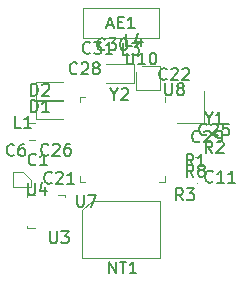
<source format=gbr>
G04 #@! TF.GenerationSoftware,KiCad,Pcbnew,(5.1.5-0-10_14)*
G04 #@! TF.CreationDate,2021-05-03T17:37:28-04:00*
G04 #@! TF.ProjectId,ESLO_RB2,45534c4f-5f52-4423-922e-6b696361645f,rev?*
G04 #@! TF.SameCoordinates,Original*
G04 #@! TF.FileFunction,Legend,Top*
G04 #@! TF.FilePolarity,Positive*
%FSLAX46Y46*%
G04 Gerber Fmt 4.6, Leading zero omitted, Abs format (unit mm)*
G04 Created by KiCad (PCBNEW (5.1.5-0-10_14)) date 2021-05-03 17:37:28*
%MOMM*%
%LPD*%
G04 APERTURE LIST*
%ADD10C,0.120000*%
%ADD11C,0.100000*%
%ADD12C,0.150000*%
G04 APERTURE END LIST*
D10*
X208515000Y-85035000D02*
X210800000Y-85035000D01*
X208515000Y-83565000D02*
X208515000Y-85035000D01*
X210800000Y-83565000D02*
X208515000Y-83565000D01*
X206550000Y-89575000D02*
X207425000Y-89575000D01*
X206550000Y-90825000D02*
X206550000Y-89575000D01*
X208050000Y-90825000D02*
X206550000Y-90825000D01*
X208050000Y-90200000D02*
X208050000Y-90825000D01*
X207425000Y-89575000D02*
X208050000Y-90200000D01*
X207928922Y-86860000D02*
X208446078Y-86860000D01*
X207928922Y-85440000D02*
X208446078Y-85440000D01*
X216800000Y-80400000D02*
X214400000Y-80400000D01*
X216800000Y-82000000D02*
X216800000Y-80400000D01*
X214400000Y-82000000D02*
X216800000Y-82000000D01*
X208527500Y-83435000D02*
X210812500Y-83435000D01*
X208527500Y-81965000D02*
X208527500Y-83435000D01*
X210812500Y-81965000D02*
X208527500Y-81965000D01*
X222750000Y-85400000D02*
X222750000Y-82700000D01*
X220450000Y-85400000D02*
X222750000Y-85400000D01*
X207752500Y-91540000D02*
X207752500Y-91690000D01*
X208402500Y-91540000D02*
X207752500Y-91540000D01*
X210972500Y-91540000D02*
X210972500Y-91690000D01*
X210322500Y-91540000D02*
X210972500Y-91540000D01*
X207752500Y-94260000D02*
X207752500Y-94110000D01*
X208402500Y-94260000D02*
X207752500Y-94260000D01*
X212400000Y-96810000D02*
X212400000Y-92800000D01*
X219000000Y-96810000D02*
X212400000Y-96810000D01*
X219000000Y-92000000D02*
X219000000Y-96810000D01*
X213200000Y-92000000D02*
X219000000Y-92000000D01*
X212400000Y-92800000D02*
X213200000Y-92000000D01*
X217000000Y-82600000D02*
X217000000Y-81100000D01*
X219000000Y-82600000D02*
X217000000Y-82600000D01*
X219000000Y-80600000D02*
X219000000Y-82550000D01*
X217500000Y-80600000D02*
X219000000Y-80600000D01*
X219410000Y-83665000D02*
X219410000Y-83190000D01*
X212190000Y-90410000D02*
X212665000Y-90410000D01*
X212190000Y-89935000D02*
X212190000Y-90410000D01*
X212190000Y-83190000D02*
X212665000Y-83190000D01*
X212190000Y-83665000D02*
X212190000Y-83190000D01*
X219410000Y-90410000D02*
X218935000Y-90410000D01*
X219410000Y-89935000D02*
X219410000Y-90410000D01*
D11*
X222240000Y-89400000D02*
G75*
G03X222240000Y-89400000I-50000J0D01*
G01*
X222225000Y-90500000D02*
G75*
G03X222225000Y-90500000I-50000J0D01*
G01*
X222075000Y-88300000D02*
G75*
G03X222075000Y-88300000I-50000J0D01*
G01*
X222225000Y-88300000D02*
G75*
G03X222225000Y-88300000I-50000J0D01*
G01*
D10*
X218900000Y-75630000D02*
X212500000Y-75630000D01*
X218900000Y-78230000D02*
X218900000Y-75630000D01*
X212500000Y-78230000D02*
X218900000Y-78230000D01*
X212500000Y-75630000D02*
X212500000Y-78230000D01*
D12*
X223457142Y-90357142D02*
X223409523Y-90404761D01*
X223266666Y-90452380D01*
X223171428Y-90452380D01*
X223028571Y-90404761D01*
X222933333Y-90309523D01*
X222885714Y-90214285D01*
X222838095Y-90023809D01*
X222838095Y-89880952D01*
X222885714Y-89690476D01*
X222933333Y-89595238D01*
X223028571Y-89500000D01*
X223171428Y-89452380D01*
X223266666Y-89452380D01*
X223409523Y-89500000D01*
X223457142Y-89547619D01*
X224409523Y-90452380D02*
X223838095Y-90452380D01*
X224123809Y-90452380D02*
X224123809Y-89452380D01*
X224028571Y-89595238D01*
X223933333Y-89690476D01*
X223838095Y-89738095D01*
X225361904Y-90452380D02*
X224790476Y-90452380D01*
X225076190Y-90452380D02*
X225076190Y-89452380D01*
X224980952Y-89595238D01*
X224885714Y-89690476D01*
X224790476Y-89738095D01*
X208071904Y-84482380D02*
X208071904Y-83482380D01*
X208310000Y-83482380D01*
X208452857Y-83530000D01*
X208548095Y-83625238D01*
X208595714Y-83720476D01*
X208643333Y-83910952D01*
X208643333Y-84053809D01*
X208595714Y-84244285D01*
X208548095Y-84339523D01*
X208452857Y-84434761D01*
X208310000Y-84482380D01*
X208071904Y-84482380D01*
X209595714Y-84482380D02*
X209024285Y-84482380D01*
X209310000Y-84482380D02*
X209310000Y-83482380D01*
X209214761Y-83625238D01*
X209119523Y-83720476D01*
X209024285Y-83768095D01*
X207808095Y-90482380D02*
X207808095Y-91291904D01*
X207855714Y-91387142D01*
X207903333Y-91434761D01*
X207998571Y-91482380D01*
X208189047Y-91482380D01*
X208284285Y-91434761D01*
X208331904Y-91387142D01*
X208379523Y-91291904D01*
X208379523Y-90482380D01*
X209284285Y-90815714D02*
X209284285Y-91482380D01*
X209046190Y-90434761D02*
X208808095Y-91149047D01*
X209427142Y-91149047D01*
X207233333Y-85802380D02*
X206757142Y-85802380D01*
X206757142Y-84802380D01*
X208090476Y-85802380D02*
X207519047Y-85802380D01*
X207804761Y-85802380D02*
X207804761Y-84802380D01*
X207709523Y-84945238D01*
X207614285Y-85040476D01*
X207519047Y-85088095D01*
X206633333Y-88087142D02*
X206585714Y-88134761D01*
X206442857Y-88182380D01*
X206347619Y-88182380D01*
X206204761Y-88134761D01*
X206109523Y-88039523D01*
X206061904Y-87944285D01*
X206014285Y-87753809D01*
X206014285Y-87610952D01*
X206061904Y-87420476D01*
X206109523Y-87325238D01*
X206204761Y-87230000D01*
X206347619Y-87182380D01*
X206442857Y-87182380D01*
X206585714Y-87230000D01*
X206633333Y-87277619D01*
X207490476Y-87182380D02*
X207300000Y-87182380D01*
X207204761Y-87230000D01*
X207157142Y-87277619D01*
X207061904Y-87420476D01*
X207014285Y-87610952D01*
X207014285Y-87991904D01*
X207061904Y-88087142D01*
X207109523Y-88134761D01*
X207204761Y-88182380D01*
X207395238Y-88182380D01*
X207490476Y-88134761D01*
X207538095Y-88087142D01*
X207585714Y-87991904D01*
X207585714Y-87753809D01*
X207538095Y-87658571D01*
X207490476Y-87610952D01*
X207395238Y-87563333D01*
X207204761Y-87563333D01*
X207109523Y-87610952D01*
X207061904Y-87658571D01*
X207014285Y-87753809D01*
X208483333Y-88897142D02*
X208435714Y-88944761D01*
X208292857Y-88992380D01*
X208197619Y-88992380D01*
X208054761Y-88944761D01*
X207959523Y-88849523D01*
X207911904Y-88754285D01*
X207864285Y-88563809D01*
X207864285Y-88420952D01*
X207911904Y-88230476D01*
X207959523Y-88135238D01*
X208054761Y-88040000D01*
X208197619Y-87992380D01*
X208292857Y-87992380D01*
X208435714Y-88040000D01*
X208483333Y-88087619D01*
X209435714Y-88992380D02*
X208864285Y-88992380D01*
X209150000Y-88992380D02*
X209150000Y-87992380D01*
X209054761Y-88135238D01*
X208959523Y-88230476D01*
X208864285Y-88278095D01*
X215123809Y-82976190D02*
X215123809Y-83452380D01*
X214790476Y-82452380D02*
X215123809Y-82976190D01*
X215457142Y-82452380D01*
X215742857Y-82547619D02*
X215790476Y-82500000D01*
X215885714Y-82452380D01*
X216123809Y-82452380D01*
X216219047Y-82500000D01*
X216266666Y-82547619D01*
X216314285Y-82642857D01*
X216314285Y-82738095D01*
X216266666Y-82880952D01*
X215695238Y-83452380D01*
X216314285Y-83452380D01*
X208091904Y-83092380D02*
X208091904Y-82092380D01*
X208330000Y-82092380D01*
X208472857Y-82140000D01*
X208568095Y-82235238D01*
X208615714Y-82330476D01*
X208663333Y-82520952D01*
X208663333Y-82663809D01*
X208615714Y-82854285D01*
X208568095Y-82949523D01*
X208472857Y-83044761D01*
X208330000Y-83092380D01*
X208091904Y-83092380D01*
X209044285Y-82187619D02*
X209091904Y-82140000D01*
X209187142Y-82092380D01*
X209425238Y-82092380D01*
X209520476Y-82140000D01*
X209568095Y-82187619D01*
X209615714Y-82282857D01*
X209615714Y-82378095D01*
X209568095Y-82520952D01*
X208996666Y-83092380D01*
X209615714Y-83092380D01*
X223123809Y-84976190D02*
X223123809Y-85452380D01*
X222790476Y-84452380D02*
X223123809Y-84976190D01*
X223457142Y-84452380D01*
X224314285Y-85452380D02*
X223742857Y-85452380D01*
X224028571Y-85452380D02*
X224028571Y-84452380D01*
X223933333Y-84595238D01*
X223838095Y-84690476D01*
X223742857Y-84738095D01*
X213067142Y-79447142D02*
X213019523Y-79494761D01*
X212876666Y-79542380D01*
X212781428Y-79542380D01*
X212638571Y-79494761D01*
X212543333Y-79399523D01*
X212495714Y-79304285D01*
X212448095Y-79113809D01*
X212448095Y-78970952D01*
X212495714Y-78780476D01*
X212543333Y-78685238D01*
X212638571Y-78590000D01*
X212781428Y-78542380D01*
X212876666Y-78542380D01*
X213019523Y-78590000D01*
X213067142Y-78637619D01*
X213400476Y-78542380D02*
X214019523Y-78542380D01*
X213686190Y-78923333D01*
X213829047Y-78923333D01*
X213924285Y-78970952D01*
X213971904Y-79018571D01*
X214019523Y-79113809D01*
X214019523Y-79351904D01*
X213971904Y-79447142D01*
X213924285Y-79494761D01*
X213829047Y-79542380D01*
X213543333Y-79542380D01*
X213448095Y-79494761D01*
X213400476Y-79447142D01*
X214971904Y-79542380D02*
X214400476Y-79542380D01*
X214686190Y-79542380D02*
X214686190Y-78542380D01*
X214590952Y-78685238D01*
X214495714Y-78780476D01*
X214400476Y-78828095D01*
X214307142Y-79157142D02*
X214259523Y-79204761D01*
X214116666Y-79252380D01*
X214021428Y-79252380D01*
X213878571Y-79204761D01*
X213783333Y-79109523D01*
X213735714Y-79014285D01*
X213688095Y-78823809D01*
X213688095Y-78680952D01*
X213735714Y-78490476D01*
X213783333Y-78395238D01*
X213878571Y-78300000D01*
X214021428Y-78252380D01*
X214116666Y-78252380D01*
X214259523Y-78300000D01*
X214307142Y-78347619D01*
X214640476Y-78252380D02*
X215259523Y-78252380D01*
X214926190Y-78633333D01*
X215069047Y-78633333D01*
X215164285Y-78680952D01*
X215211904Y-78728571D01*
X215259523Y-78823809D01*
X215259523Y-79061904D01*
X215211904Y-79157142D01*
X215164285Y-79204761D01*
X215069047Y-79252380D01*
X214783333Y-79252380D01*
X214688095Y-79204761D01*
X214640476Y-79157142D01*
X215878571Y-78252380D02*
X215973809Y-78252380D01*
X216069047Y-78300000D01*
X216116666Y-78347619D01*
X216164285Y-78442857D01*
X216211904Y-78633333D01*
X216211904Y-78871428D01*
X216164285Y-79061904D01*
X216116666Y-79157142D01*
X216069047Y-79204761D01*
X215973809Y-79252380D01*
X215878571Y-79252380D01*
X215783333Y-79204761D01*
X215735714Y-79157142D01*
X215688095Y-79061904D01*
X215640476Y-78871428D01*
X215640476Y-78633333D01*
X215688095Y-78442857D01*
X215735714Y-78347619D01*
X215783333Y-78300000D01*
X215878571Y-78252380D01*
X209688095Y-94592380D02*
X209688095Y-95401904D01*
X209735714Y-95497142D01*
X209783333Y-95544761D01*
X209878571Y-95592380D01*
X210069047Y-95592380D01*
X210164285Y-95544761D01*
X210211904Y-95497142D01*
X210259523Y-95401904D01*
X210259523Y-94592380D01*
X210640476Y-94592380D02*
X211259523Y-94592380D01*
X210926190Y-94973333D01*
X211069047Y-94973333D01*
X211164285Y-95020952D01*
X211211904Y-95068571D01*
X211259523Y-95163809D01*
X211259523Y-95401904D01*
X211211904Y-95497142D01*
X211164285Y-95544761D01*
X211069047Y-95592380D01*
X210783333Y-95592380D01*
X210688095Y-95544761D01*
X210640476Y-95497142D01*
X211988095Y-91482380D02*
X211988095Y-92291904D01*
X212035714Y-92387142D01*
X212083333Y-92434761D01*
X212178571Y-92482380D01*
X212369047Y-92482380D01*
X212464285Y-92434761D01*
X212511904Y-92387142D01*
X212559523Y-92291904D01*
X212559523Y-91482380D01*
X212940476Y-91482380D02*
X213607142Y-91482380D01*
X213178571Y-92482380D01*
X216161904Y-79452380D02*
X216161904Y-80261904D01*
X216209523Y-80357142D01*
X216257142Y-80404761D01*
X216352380Y-80452380D01*
X216542857Y-80452380D01*
X216638095Y-80404761D01*
X216685714Y-80357142D01*
X216733333Y-80261904D01*
X216733333Y-79452380D01*
X217733333Y-80452380D02*
X217161904Y-80452380D01*
X217447619Y-80452380D02*
X217447619Y-79452380D01*
X217352380Y-79595238D01*
X217257142Y-79690476D01*
X217161904Y-79738095D01*
X218352380Y-79452380D02*
X218447619Y-79452380D01*
X218542857Y-79500000D01*
X218590476Y-79547619D01*
X218638095Y-79642857D01*
X218685714Y-79833333D01*
X218685714Y-80071428D01*
X218638095Y-80261904D01*
X218590476Y-80357142D01*
X218542857Y-80404761D01*
X218447619Y-80452380D01*
X218352380Y-80452380D01*
X218257142Y-80404761D01*
X218209523Y-80357142D01*
X218161904Y-80261904D01*
X218114285Y-80071428D01*
X218114285Y-79833333D01*
X218161904Y-79642857D01*
X218209523Y-79547619D01*
X218257142Y-79500000D01*
X218352380Y-79452380D01*
X219438095Y-82052380D02*
X219438095Y-82861904D01*
X219485714Y-82957142D01*
X219533333Y-83004761D01*
X219628571Y-83052380D01*
X219819047Y-83052380D01*
X219914285Y-83004761D01*
X219961904Y-82957142D01*
X220009523Y-82861904D01*
X220009523Y-82052380D01*
X220628571Y-82480952D02*
X220533333Y-82433333D01*
X220485714Y-82385714D01*
X220438095Y-82290476D01*
X220438095Y-82242857D01*
X220485714Y-82147619D01*
X220533333Y-82100000D01*
X220628571Y-82052380D01*
X220819047Y-82052380D01*
X220914285Y-82100000D01*
X220961904Y-82147619D01*
X221009523Y-82242857D01*
X221009523Y-82290476D01*
X220961904Y-82385714D01*
X220914285Y-82433333D01*
X220819047Y-82480952D01*
X220628571Y-82480952D01*
X220533333Y-82528571D01*
X220485714Y-82576190D01*
X220438095Y-82671428D01*
X220438095Y-82861904D01*
X220485714Y-82957142D01*
X220533333Y-83004761D01*
X220628571Y-83052380D01*
X220819047Y-83052380D01*
X220914285Y-83004761D01*
X220961904Y-82957142D01*
X221009523Y-82861904D01*
X221009523Y-82671428D01*
X220961904Y-82576190D01*
X220914285Y-82528571D01*
X220819047Y-82480952D01*
X221833333Y-89952380D02*
X221500000Y-89476190D01*
X221261904Y-89952380D02*
X221261904Y-88952380D01*
X221642857Y-88952380D01*
X221738095Y-89000000D01*
X221785714Y-89047619D01*
X221833333Y-89142857D01*
X221833333Y-89285714D01*
X221785714Y-89380952D01*
X221738095Y-89428571D01*
X221642857Y-89476190D01*
X221261904Y-89476190D01*
X222404761Y-89380952D02*
X222309523Y-89333333D01*
X222261904Y-89285714D01*
X222214285Y-89190476D01*
X222214285Y-89142857D01*
X222261904Y-89047619D01*
X222309523Y-89000000D01*
X222404761Y-88952380D01*
X222595238Y-88952380D01*
X222690476Y-89000000D01*
X222738095Y-89047619D01*
X222785714Y-89142857D01*
X222785714Y-89190476D01*
X222738095Y-89285714D01*
X222690476Y-89333333D01*
X222595238Y-89380952D01*
X222404761Y-89380952D01*
X222309523Y-89428571D01*
X222261904Y-89476190D01*
X222214285Y-89571428D01*
X222214285Y-89761904D01*
X222261904Y-89857142D01*
X222309523Y-89904761D01*
X222404761Y-89952380D01*
X222595238Y-89952380D01*
X222690476Y-89904761D01*
X222738095Y-89857142D01*
X222785714Y-89761904D01*
X222785714Y-89571428D01*
X222738095Y-89476190D01*
X222690476Y-89428571D01*
X222595238Y-89380952D01*
X220933333Y-91952380D02*
X220600000Y-91476190D01*
X220361904Y-91952380D02*
X220361904Y-90952380D01*
X220742857Y-90952380D01*
X220838095Y-91000000D01*
X220885714Y-91047619D01*
X220933333Y-91142857D01*
X220933333Y-91285714D01*
X220885714Y-91380952D01*
X220838095Y-91428571D01*
X220742857Y-91476190D01*
X220361904Y-91476190D01*
X221266666Y-90952380D02*
X221885714Y-90952380D01*
X221552380Y-91333333D01*
X221695238Y-91333333D01*
X221790476Y-91380952D01*
X221838095Y-91428571D01*
X221885714Y-91523809D01*
X221885714Y-91761904D01*
X221838095Y-91857142D01*
X221790476Y-91904761D01*
X221695238Y-91952380D01*
X221409523Y-91952380D01*
X221314285Y-91904761D01*
X221266666Y-91857142D01*
X223433333Y-87952380D02*
X223100000Y-87476190D01*
X222861904Y-87952380D02*
X222861904Y-86952380D01*
X223242857Y-86952380D01*
X223338095Y-87000000D01*
X223385714Y-87047619D01*
X223433333Y-87142857D01*
X223433333Y-87285714D01*
X223385714Y-87380952D01*
X223338095Y-87428571D01*
X223242857Y-87476190D01*
X222861904Y-87476190D01*
X223814285Y-87047619D02*
X223861904Y-87000000D01*
X223957142Y-86952380D01*
X224195238Y-86952380D01*
X224290476Y-87000000D01*
X224338095Y-87047619D01*
X224385714Y-87142857D01*
X224385714Y-87238095D01*
X224338095Y-87380952D01*
X223766666Y-87952380D01*
X224385714Y-87952380D01*
X221833333Y-89052380D02*
X221500000Y-88576190D01*
X221261904Y-89052380D02*
X221261904Y-88052380D01*
X221642857Y-88052380D01*
X221738095Y-88100000D01*
X221785714Y-88147619D01*
X221833333Y-88242857D01*
X221833333Y-88385714D01*
X221785714Y-88480952D01*
X221738095Y-88528571D01*
X221642857Y-88576190D01*
X221261904Y-88576190D01*
X222785714Y-89052380D02*
X222214285Y-89052380D01*
X222500000Y-89052380D02*
X222500000Y-88052380D01*
X222404761Y-88195238D01*
X222309523Y-88290476D01*
X222214285Y-88338095D01*
X214667142Y-98142380D02*
X214667142Y-97142380D01*
X215238571Y-98142380D01*
X215238571Y-97142380D01*
X215571904Y-97142380D02*
X216143333Y-97142380D01*
X215857619Y-98142380D02*
X215857619Y-97142380D01*
X217000476Y-98142380D02*
X216429047Y-98142380D01*
X216714761Y-98142380D02*
X216714761Y-97142380D01*
X216619523Y-97285238D01*
X216524285Y-97380476D01*
X216429047Y-97428095D01*
X216633333Y-78852380D02*
X216157142Y-78852380D01*
X216157142Y-77852380D01*
X217395238Y-78185714D02*
X217395238Y-78852380D01*
X217157142Y-77804761D02*
X216919047Y-78519047D01*
X217538095Y-78519047D01*
X216363333Y-79622380D02*
X215887142Y-79622380D01*
X215887142Y-78622380D01*
X216601428Y-78622380D02*
X217220476Y-78622380D01*
X216887142Y-79003333D01*
X217030000Y-79003333D01*
X217125238Y-79050952D01*
X217172857Y-79098571D01*
X217220476Y-79193809D01*
X217220476Y-79431904D01*
X217172857Y-79527142D01*
X217125238Y-79574761D01*
X217030000Y-79622380D01*
X216744285Y-79622380D01*
X216649047Y-79574761D01*
X216601428Y-79527142D01*
X222357142Y-86957142D02*
X222309523Y-87004761D01*
X222166666Y-87052380D01*
X222071428Y-87052380D01*
X221928571Y-87004761D01*
X221833333Y-86909523D01*
X221785714Y-86814285D01*
X221738095Y-86623809D01*
X221738095Y-86480952D01*
X221785714Y-86290476D01*
X221833333Y-86195238D01*
X221928571Y-86100000D01*
X222071428Y-86052380D01*
X222166666Y-86052380D01*
X222309523Y-86100000D01*
X222357142Y-86147619D01*
X222738095Y-86147619D02*
X222785714Y-86100000D01*
X222880952Y-86052380D01*
X223119047Y-86052380D01*
X223214285Y-86100000D01*
X223261904Y-86147619D01*
X223309523Y-86242857D01*
X223309523Y-86338095D01*
X223261904Y-86480952D01*
X222690476Y-87052380D01*
X223309523Y-87052380D01*
X223785714Y-87052380D02*
X223976190Y-87052380D01*
X224071428Y-87004761D01*
X224119047Y-86957142D01*
X224214285Y-86814285D01*
X224261904Y-86623809D01*
X224261904Y-86242857D01*
X224214285Y-86147619D01*
X224166666Y-86100000D01*
X224071428Y-86052380D01*
X223880952Y-86052380D01*
X223785714Y-86100000D01*
X223738095Y-86147619D01*
X223690476Y-86242857D01*
X223690476Y-86480952D01*
X223738095Y-86576190D01*
X223785714Y-86623809D01*
X223880952Y-86671428D01*
X224071428Y-86671428D01*
X224166666Y-86623809D01*
X224214285Y-86576190D01*
X224261904Y-86480952D01*
X211972142Y-81187142D02*
X211924523Y-81234761D01*
X211781666Y-81282380D01*
X211686428Y-81282380D01*
X211543571Y-81234761D01*
X211448333Y-81139523D01*
X211400714Y-81044285D01*
X211353095Y-80853809D01*
X211353095Y-80710952D01*
X211400714Y-80520476D01*
X211448333Y-80425238D01*
X211543571Y-80330000D01*
X211686428Y-80282380D01*
X211781666Y-80282380D01*
X211924523Y-80330000D01*
X211972142Y-80377619D01*
X212353095Y-80377619D02*
X212400714Y-80330000D01*
X212495952Y-80282380D01*
X212734047Y-80282380D01*
X212829285Y-80330000D01*
X212876904Y-80377619D01*
X212924523Y-80472857D01*
X212924523Y-80568095D01*
X212876904Y-80710952D01*
X212305476Y-81282380D01*
X212924523Y-81282380D01*
X213495952Y-80710952D02*
X213400714Y-80663333D01*
X213353095Y-80615714D01*
X213305476Y-80520476D01*
X213305476Y-80472857D01*
X213353095Y-80377619D01*
X213400714Y-80330000D01*
X213495952Y-80282380D01*
X213686428Y-80282380D01*
X213781666Y-80330000D01*
X213829285Y-80377619D01*
X213876904Y-80472857D01*
X213876904Y-80520476D01*
X213829285Y-80615714D01*
X213781666Y-80663333D01*
X213686428Y-80710952D01*
X213495952Y-80710952D01*
X213400714Y-80758571D01*
X213353095Y-80806190D01*
X213305476Y-80901428D01*
X213305476Y-81091904D01*
X213353095Y-81187142D01*
X213400714Y-81234761D01*
X213495952Y-81282380D01*
X213686428Y-81282380D01*
X213781666Y-81234761D01*
X213829285Y-81187142D01*
X213876904Y-81091904D01*
X213876904Y-80901428D01*
X213829285Y-80806190D01*
X213781666Y-80758571D01*
X213686428Y-80710952D01*
X209537142Y-88067142D02*
X209489523Y-88114761D01*
X209346666Y-88162380D01*
X209251428Y-88162380D01*
X209108571Y-88114761D01*
X209013333Y-88019523D01*
X208965714Y-87924285D01*
X208918095Y-87733809D01*
X208918095Y-87590952D01*
X208965714Y-87400476D01*
X209013333Y-87305238D01*
X209108571Y-87210000D01*
X209251428Y-87162380D01*
X209346666Y-87162380D01*
X209489523Y-87210000D01*
X209537142Y-87257619D01*
X209918095Y-87257619D02*
X209965714Y-87210000D01*
X210060952Y-87162380D01*
X210299047Y-87162380D01*
X210394285Y-87210000D01*
X210441904Y-87257619D01*
X210489523Y-87352857D01*
X210489523Y-87448095D01*
X210441904Y-87590952D01*
X209870476Y-88162380D01*
X210489523Y-88162380D01*
X211346666Y-87162380D02*
X211156190Y-87162380D01*
X211060952Y-87210000D01*
X211013333Y-87257619D01*
X210918095Y-87400476D01*
X210870476Y-87590952D01*
X210870476Y-87971904D01*
X210918095Y-88067142D01*
X210965714Y-88114761D01*
X211060952Y-88162380D01*
X211251428Y-88162380D01*
X211346666Y-88114761D01*
X211394285Y-88067142D01*
X211441904Y-87971904D01*
X211441904Y-87733809D01*
X211394285Y-87638571D01*
X211346666Y-87590952D01*
X211251428Y-87543333D01*
X211060952Y-87543333D01*
X210965714Y-87590952D01*
X210918095Y-87638571D01*
X210870476Y-87733809D01*
X222957142Y-86357142D02*
X222909523Y-86404761D01*
X222766666Y-86452380D01*
X222671428Y-86452380D01*
X222528571Y-86404761D01*
X222433333Y-86309523D01*
X222385714Y-86214285D01*
X222338095Y-86023809D01*
X222338095Y-85880952D01*
X222385714Y-85690476D01*
X222433333Y-85595238D01*
X222528571Y-85500000D01*
X222671428Y-85452380D01*
X222766666Y-85452380D01*
X222909523Y-85500000D01*
X222957142Y-85547619D01*
X223338095Y-85547619D02*
X223385714Y-85500000D01*
X223480952Y-85452380D01*
X223719047Y-85452380D01*
X223814285Y-85500000D01*
X223861904Y-85547619D01*
X223909523Y-85642857D01*
X223909523Y-85738095D01*
X223861904Y-85880952D01*
X223290476Y-86452380D01*
X223909523Y-86452380D01*
X224814285Y-85452380D02*
X224338095Y-85452380D01*
X224290476Y-85928571D01*
X224338095Y-85880952D01*
X224433333Y-85833333D01*
X224671428Y-85833333D01*
X224766666Y-85880952D01*
X224814285Y-85928571D01*
X224861904Y-86023809D01*
X224861904Y-86261904D01*
X224814285Y-86357142D01*
X224766666Y-86404761D01*
X224671428Y-86452380D01*
X224433333Y-86452380D01*
X224338095Y-86404761D01*
X224290476Y-86357142D01*
X219557142Y-81657142D02*
X219509523Y-81704761D01*
X219366666Y-81752380D01*
X219271428Y-81752380D01*
X219128571Y-81704761D01*
X219033333Y-81609523D01*
X218985714Y-81514285D01*
X218938095Y-81323809D01*
X218938095Y-81180952D01*
X218985714Y-80990476D01*
X219033333Y-80895238D01*
X219128571Y-80800000D01*
X219271428Y-80752380D01*
X219366666Y-80752380D01*
X219509523Y-80800000D01*
X219557142Y-80847619D01*
X219938095Y-80847619D02*
X219985714Y-80800000D01*
X220080952Y-80752380D01*
X220319047Y-80752380D01*
X220414285Y-80800000D01*
X220461904Y-80847619D01*
X220509523Y-80942857D01*
X220509523Y-81038095D01*
X220461904Y-81180952D01*
X219890476Y-81752380D01*
X220509523Y-81752380D01*
X220890476Y-80847619D02*
X220938095Y-80800000D01*
X221033333Y-80752380D01*
X221271428Y-80752380D01*
X221366666Y-80800000D01*
X221414285Y-80847619D01*
X221461904Y-80942857D01*
X221461904Y-81038095D01*
X221414285Y-81180952D01*
X220842857Y-81752380D01*
X221461904Y-81752380D01*
X209827142Y-90447142D02*
X209779523Y-90494761D01*
X209636666Y-90542380D01*
X209541428Y-90542380D01*
X209398571Y-90494761D01*
X209303333Y-90399523D01*
X209255714Y-90304285D01*
X209208095Y-90113809D01*
X209208095Y-89970952D01*
X209255714Y-89780476D01*
X209303333Y-89685238D01*
X209398571Y-89590000D01*
X209541428Y-89542380D01*
X209636666Y-89542380D01*
X209779523Y-89590000D01*
X209827142Y-89637619D01*
X210208095Y-89637619D02*
X210255714Y-89590000D01*
X210350952Y-89542380D01*
X210589047Y-89542380D01*
X210684285Y-89590000D01*
X210731904Y-89637619D01*
X210779523Y-89732857D01*
X210779523Y-89828095D01*
X210731904Y-89970952D01*
X210160476Y-90542380D01*
X210779523Y-90542380D01*
X211731904Y-90542380D02*
X211160476Y-90542380D01*
X211446190Y-90542380D02*
X211446190Y-89542380D01*
X211350952Y-89685238D01*
X211255714Y-89780476D01*
X211160476Y-89828095D01*
X214533333Y-77116666D02*
X215009523Y-77116666D01*
X214438095Y-77402380D02*
X214771428Y-76402380D01*
X215104761Y-77402380D01*
X215438095Y-76878571D02*
X215771428Y-76878571D01*
X215914285Y-77402380D02*
X215438095Y-77402380D01*
X215438095Y-76402380D01*
X215914285Y-76402380D01*
X216866666Y-77402380D02*
X216295238Y-77402380D01*
X216580952Y-77402380D02*
X216580952Y-76402380D01*
X216485714Y-76545238D01*
X216390476Y-76640476D01*
X216295238Y-76688095D01*
M02*

</source>
